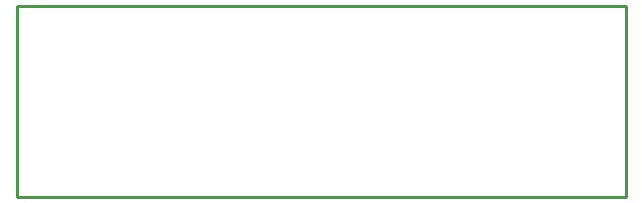
<source format=gko>
G04 Layer: BoardOutline*
G04 EasyEDA v6.1.52, Wed, 17 Jul 2019 13:51:58 GMT*
G04 0f272f2afd1b494c8b1dbf383a833715,ab89ba01d8c54d20b0ee7efe4e0f3ffc,10*
G04 Gerber Generator version 0.2*
G04 Scale: 100 percent, Rotated: No, Reflected: No *
G04 Dimensions in inches *
G04 leading zeros omitted , absolute positions ,2 integer and 4 decimal *
%FSLAX24Y24*%
%MOIN*%
G90*
G70D02*

%ADD10C,0.010000*%
G54D10*
G01X0Y6350D02*
G01X0Y6350D01*
G01X20300Y6350D01*
G01X20300Y0D01*
G01X0Y0D01*
G01X0Y6350D01*

%LPD*%
M00*
M02*

</source>
